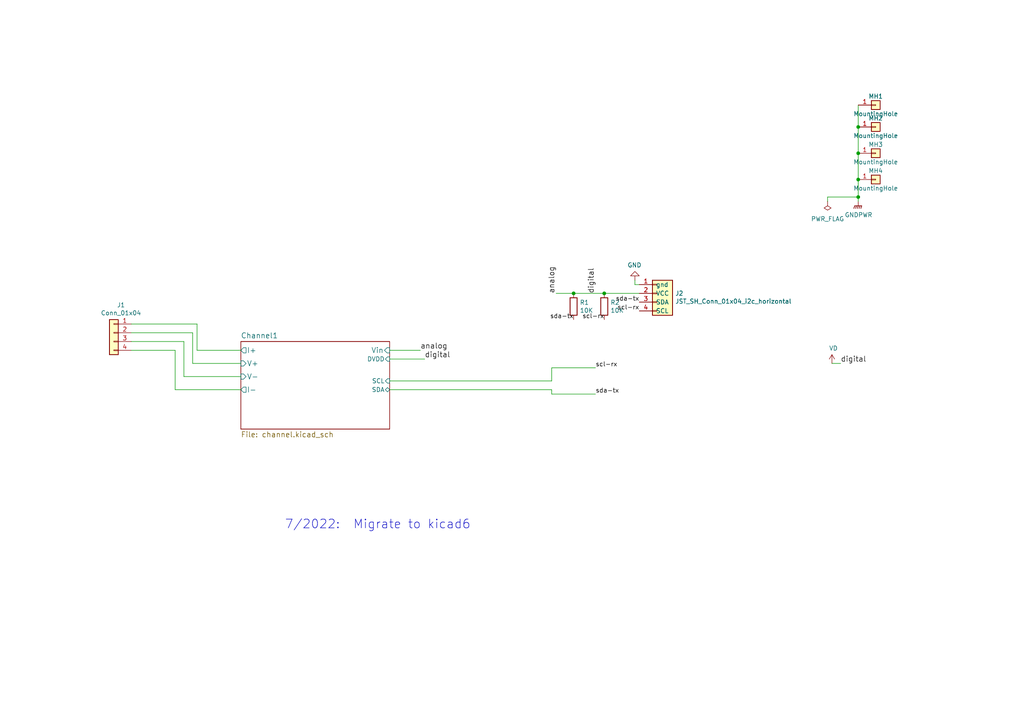
<source format=kicad_sch>
(kicad_sch (version 20211123) (generator eeschema)
  (paper "A4")
  (lib_symbols
    (symbol "0JLC-6:10K" (pin_numbers hide) (pin_names (offset 0))
      (property "Reference" "R" (at 2.032 0 90))
      (property "Value" "10K" (at 0 0 90))
      (symbol "10K_0_1"
        (rectangle (start -1.016 -2.54) (end 1.016 2.54) (stroke (width 0.254)))
      )
      (symbol "10K_1_1"
        (pin passive line (at 0 3.81 270) (length 1.27) (name "~") (number "1"))
        (pin passive line (at 0 -3.81 90) (length 1.27) (name "~") (number "2"))
      )
    )
    (symbol "0JLC-6:JST_SH_Conn_01x04_i2c_horizontal" (pin_names (offset 1.016))
      (property "Reference" "J" (at 0 5.08 0))
      (property "Value" "JST_SH_Conn_01x04_i2c_horizontal" (at 0 -7.62 0))
      (symbol "JST_SH_Conn_01x04_i2c_horizontal_1_1"
        (rectangle (start -1.27 -4.953) (end 0 -5.207) (stroke (width 0.1524)))
        (rectangle (start -1.27 -2.413) (end 0 -2.667) (stroke (width 0.1524)))
        (rectangle (start -1.27 0.127) (end 0 -0.127) (stroke (width 0.1524)))
        (rectangle (start -1.27 2.667) (end 0 2.413) (stroke (width 0.1524)))
        (rectangle (start -1.27 3.81) (end 4.572 -6.35) (stroke (width 0.254)) (fill (type background)))
        (pin passive line (at -5.08 2.54 0) (length 3.81) (name "gnd") (number "1"))
        (pin passive line (at -5.08 0 0) (length 3.81) (name "VCC") (number "2"))
        (pin passive line (at -5.08 -2.54 0) (length 3.81) (name "SDA") (number "3"))
        (pin passive line (at -5.08 -5.08 0) (length 3.81) (name "SCL") (number "4"))
      )
    )
    (symbol "Connector_Generic:Conn_01x04" (pin_names (offset 1.016) hide)
      (property "Reference" "J" (at 0 5.08 0))
      (property "Value" "Conn_01x04" (at 0 -7.62 0))
      (symbol "Conn_01x04_1_1"
        (rectangle (start -1.27 -4.953) (end 0 -5.207) (stroke (width 0.1524)))
        (rectangle (start -1.27 -2.413) (end 0 -2.667) (stroke (width 0.1524)))
        (rectangle (start -1.27 0.127) (end 0 -0.127) (stroke (width 0.1524)))
        (rectangle (start -1.27 2.667) (end 0 2.413) (stroke (width 0.1524)))
        (rectangle (start -1.27 3.81) (end 1.27 -6.35) (stroke (width 0.254)) (fill (type background)))
        (pin passive line (at -5.08 2.54 0) (length 3.81) (name "Pin_1") (number "1"))
        (pin passive line (at -5.08 0 0) (length 3.81) (name "Pin_2") (number "2"))
        (pin passive line (at -5.08 -2.54 0) (length 3.81) (name "Pin_3") (number "3"))
        (pin passive line (at -5.08 -5.08 0) (length 3.81) (name "Pin_4") (number "4"))
      )
    )
    (symbol "MH:MountingHole" (pin_names (offset 1.016) hide)
      (property "Reference" "MH" (at 0 2.54 0))
      (property "Value" "MountingHole" (at 0 -2.54 0))
      (symbol "MountingHole_1_1"
        (rectangle (start -1.27 0.127) (end 0 -0.127) (stroke (width 0.1524)))
        (rectangle (start -1.27 1.27) (end 1.27 -1.27) (stroke (width 0.254)) (fill (type background)))
        (pin passive line (at -5.08 0 0) (length 3.81) (name "Pin_1") (number "1"))
      )
    )
    (symbol "power:GND" (power) (pin_names (offset 0))
      (property "Value" "GND" (at 0 -3.81 0))
      (symbol "GND_0_1"
        (polyline (pts (xy 0 0) (xy 0 -1.27) (xy 1.27 -1.27) (xy 0 -2.54) (xy -1.27 -1.27) (xy 0 -1.27)))
      )
      (symbol "GND_1_1"
        (pin power_in line (at 0 0 270) (length 0) hide (name "GND") (number "1"))
      )
    )
    (symbol "power:GNDPWR" (power) (pin_names (offset 0))
      (property "Value" "GNDPWR" (at 0 -3.302 0))
      (symbol "GNDPWR_0_1"
        (polyline (pts (xy 0 -1.27) (xy 0 0)))
        (polyline (pts (xy -1.016 -1.27) (xy -1.27 -2.032) (xy -1.27 -2.032)) (stroke (width 0.2032)))
        (polyline (pts (xy -0.508 -1.27) (xy -0.762 -2.032) (xy -0.762 -2.032)) (stroke (width 0.2032)))
        (polyline (pts (xy 0 -1.27) (xy -0.254 -2.032) (xy -0.254 -2.032)) (stroke (width 0.2032)))
        (polyline (pts (xy 0.508 -1.27) (xy 0.254 -2.032) (xy 0.254 -2.032)) (stroke (width 0.2032)))
        (polyline (pts (xy 1.016 -1.27) (xy -1.016 -1.27) (xy -1.016 -1.27)) (stroke (width 0.2032)))
        (polyline (pts (xy 1.016 -1.27) (xy 0.762 -2.032) (xy 0.762 -2.032) (xy 0.762 -2.032)) (stroke (width 0.2032)))
      )
      (symbol "GNDPWR_1_1"
        (pin power_in line (at 0 0 270) (length 0) hide (name "GNDPWR") (number "1"))
      )
    )
    (symbol "power:PWR_FLAG" (power) (pin_numbers hide) (pin_names (offset 0) hide)
      (property "Value" "PWR_FLAG" (at 0 3.81 0))
      (symbol "PWR_FLAG_0_0"
        (pin power_out line (at 0 0 90) (length 0) (name "pwr") (number "1"))
      )
      (symbol "PWR_FLAG_0_1"
        (polyline (pts (xy 0 0) (xy 0 1.27) (xy -1.016 1.905) (xy 0 2.54) (xy 1.016 1.905) (xy 0 1.27)))
      )
    )
    (symbol "power:VD" (power) (pin_names (offset 0))
      (property "Value" "VD" (at 0 3.81 0))
      (symbol "VD_0_1"
        (polyline (pts (xy -0.762 1.27) (xy 0 2.54)))
        (polyline (pts (xy 0 0) (xy 0 2.54)))
        (polyline (pts (xy 0 2.54) (xy 0.762 1.27)))
      )
      (symbol "VD_1_1"
        (pin power_in line (at 0 0 90) (length 0) hide (name "VD") (number "1"))
      )
    )
  )
  (junction (at 175.26 85.09))
  (junction (at 248.92 52.07))
  (junction (at 248.92 36.83))
  (junction (at 166.37 85.09))
  (junction (at 248.92 44.45))
  (junction (at 248.92 57.15))
  (wire (pts (xy 113.03 113.03) (xy 160.02 113.03)))
  (wire (pts (xy 160.02 110.49) (xy 160.02 106.68)))
  (wire (pts (xy 248.92 57.15) (xy 248.92 58.42)))
  (wire (pts (xy 241.3 105.41) (xy 243.84 105.41)))
  (wire (pts (xy 57.15 93.98) (xy 57.15 101.6)))
  (wire (pts (xy 121.92 101.6) (xy 113.03 101.6)))
  (wire (pts (xy 53.34 99.06) (xy 53.34 109.22)))
  (wire (pts (xy 184.15 82.55) (xy 184.15 81.28)))
  (wire (pts (xy 55.88 105.41) (xy 69.85 105.41)))
  (wire (pts (xy 55.88 105.41) (xy 55.88 96.52)))
  (wire (pts (xy 113.03 104.14) (xy 123.19 104.14)))
  (wire (pts (xy 55.88 96.52) (xy 38.1 96.52)))
  (wire (pts (xy 175.26 85.09) (xy 185.42 85.09)))
  (wire (pts (xy 38.1 101.6) (xy 50.8 101.6)))
  (wire (pts (xy 240.03 58.42) (xy 240.03 57.15)))
  (wire (pts (xy 50.8 113.03) (xy 50.8 101.6)))
  (wire (pts (xy 69.85 113.03) (xy 50.8 113.03)))
  (wire (pts (xy 166.37 85.09) (xy 175.26 85.09)))
  (wire (pts (xy 53.34 109.22) (xy 69.85 109.22)))
  (wire (pts (xy 185.42 82.55) (xy 184.15 82.55)))
  (wire (pts (xy 160.02 113.03) (xy 160.02 114.3)))
  (wire (pts (xy 248.92 44.45) (xy 248.92 52.07)))
  (wire (pts (xy 161.29 85.09) (xy 166.37 85.09)))
  (wire (pts (xy 248.92 36.83) (xy 248.92 44.45)))
  (wire (pts (xy 57.15 101.6) (xy 69.85 101.6)))
  (wire (pts (xy 240.03 57.15) (xy 248.92 57.15)))
  (wire (pts (xy 38.1 93.98) (xy 57.15 93.98)))
  (wire (pts (xy 160.02 106.68) (xy 172.72 106.68)))
  (wire (pts (xy 160.02 114.3) (xy 172.72 114.3)))
  (wire (pts (xy 248.92 30.48) (xy 248.92 36.83)))
  (wire (pts (xy 113.03 110.49) (xy 160.02 110.49)))
  (wire (pts (xy 248.92 52.07) (xy 248.92 57.15)))
  (wire (pts (xy 38.1 99.06) (xy 53.34 99.06)))
  (text "7/2022:  Migrate to kicad6" (at 82.55 153.67 0) (effects (font (size 2.54 2.54)) (justify left bottom)))
  (label "sda-tx" (at 172.72 114.3 0))
  (label "analog" (at 121.92 101.6 0) (effects (font (size 1.524 1.524))))
  (label "scl-rx" (at 185.42 90.17 180))
  (label "digital" (at 243.84 105.41 0) (effects (font (size 1.524 1.524))))
  (label "scl-rx" (at 172.72 106.68 0))
  (label "analog" (at 161.29 85.09 90) (effects (font (size 1.524 1.524))))
  (label "digital" (at 172.72 85.09 90) (effects (font (size 1.524 1.524))))
  (label "digital" (at 123.19 104.14 0) (effects (font (size 1.524 1.524))))
  (label "sda-tx" (at 166.37 92.71 180))
  (label "sda-tx" (at 185.42 87.63 180))
  (label "scl-rx" (at 175.26 92.71 180))
  (symbol (lib_id "MH:MountingHole") (at 254 30.48 0) (unit 1)
    (property "Reference" "MH1" (at 254 27.94 0))
    (property "Value" "MountingHole" (at 254 33.02 0))
    (property "Footprint" "MountingHole:MountingHole_2.2mm_M2_Pad_Via" (effects hide))
    (property "MFR" "-" (effects hide))
    (property "MPN" "-" (effects hide))
    (property "SPN" "-" (effects hide))
    (property "SPR" "-" (effects hide))
    (property "SPURL" "-" (effects hide))
  )
  (symbol (lib_id "MH:MountingHole") (at 254 36.83 0) (unit 1)
    (property "Reference" "MH2" (at 254 34.29 0))
    (property "Value" "MountingHole" (at 254 39.37 0))
    (property "Footprint" "MountingHole:MountingHole_2.2mm_M2_Pad_Via" (effects hide))
    (property "MFR" "-" (effects hide))
    (property "MPN" "-" (effects hide))
    (property "SPN" "-" (effects hide))
    (property "SPR" "-" (effects hide))
    (property "SPURL" "-" (effects hide))
  )
  (symbol (lib_id "MH:MountingHole") (at 254 44.45 0) (unit 1)
    (property "Reference" "MH3" (at 254 41.91 0))
    (property "Value" "MountingHole" (at 254 46.99 0))
    (property "Footprint" "MountingHole:MountingHole_2.2mm_M2_Pad_Via" (effects hide))
    (property "MFR" "-" (effects hide))
    (property "MPN" "-" (effects hide))
    (property "SPN" "-" (effects hide))
    (property "SPR" "-" (effects hide))
    (property "SPURL" "-" (effects hide))
  )
  (symbol (lib_id "MH:MountingHole") (at 254 52.07 0) (unit 1)
    (property "Reference" "MH4" (at 254 49.53 0))
    (property "Value" "MountingHole" (at 254 54.61 0))
    (property "Footprint" "MountingHole:MountingHole_2.2mm_M2_Pad_Via" (effects hide))
    (property "MFR" "-" (effects hide))
    (property "MPN" "-" (effects hide))
    (property "SPN" "-" (effects hide))
    (property "SPR" "-" (effects hide))
    (property "SPURL" "-" (effects hide))
  )
  (symbol (lib_id "power:VD") (at 241.3 105.41 0) (unit 1)
    (property "Reference" "#PWR02" (effects hide))
    (property "Value" "VD" (at 241.7318 101.0158 0))
  )
  (symbol (lib_id "0JLC-6:10K") (at 166.37 88.9 0) (unit 1)
    (property "Reference" "R1" (at 168.148 87.7316 0) (effects (justify left)))
    (property "Value" "10K" (at 168.148 90.043 0) (effects (justify left)))
    (property "Footprint" "Resistor_SMD:R_0603_1608Metric_Pad1.05x0.95mm_HandSolder" (effects hide))
    (property "LCSC" "C25804" (effects hide))
    (property "MPN" "0603WAF1002T5E" (effects hide))
  )
  (symbol (lib_id "0JLC-6:10K") (at 175.26 88.9 0) (unit 1)
    (property "Reference" "R2" (at 177.038 87.7316 0) (effects (justify left)))
    (property "Value" "10K" (at 177.038 90.043 0) (effects (justify left)))
    (property "Footprint" "Resistor_SMD:R_0603_1608Metric_Pad1.05x0.95mm_HandSolder" (effects hide))
    (property "LCSC" "C25804" (effects hide))
    (property "MPN" "0603WAF1002T5E" (effects hide))
  )
  (symbol (lib_id "power:GNDPWR") (at 248.92 58.42 0) (unit 1)
    (property "Reference" "#PWR03" (effects hide))
    (property "Value" "GNDPWR" (at 249.0216 62.3316 0))
  )
  (symbol (lib_id "0JLC-6:JST_SH_Conn_01x04_i2c_horizontal") (at 190.5 85.09 0) (unit 1)
    (property "Reference" "J2" (at 195.834 85.09 0) (effects (justify left)))
    (property "Value" "JST_SH_Conn_01x04_i2c_horizontal" (at 195.834 87.4014 0) (effects (justify left)))
    (property "Footprint" "Connector_JST:JST_SH_SM04B-SRSS-TB_1x04-1MP_P1.00mm_Horizontal" (effects hide))
    (property "LCSC" "C371571" (effects hide))
    (property "MPN" "A1001WR-S" (effects hide))
  )
  (symbol (lib_id "power:GND") (at 184.15 81.28 180) (unit 1)
    (property "Reference" "#PWR01" (effects hide))
    (property "Value" "GND" (at 184.023 76.8858 0))
  )
  (symbol (lib_id "Connector_Generic:Conn_01x04") (at 33.02 96.52 0) (mirror y) (unit 1)
    (property "Reference" "J1" (at 35.1028 88.4682 0))
    (property "Value" "Conn_01x04" (at 35.1028 90.7796 0))
    (property "Footprint" "Connector_JST:JST_SH_SM04B-SRSS-TB_1x04-1MP_P1.00mm_Horizontal" (effects hide))
    (property "LCSC" "C371571" (effects hide))
    (property "MPN" "A1001WR-S-04PD01" (effects hide))
  )
  (symbol (lib_id "power:PWR_FLAG") (at 240.03 58.42 180) (unit 1)
    (property "Reference" "#FLG01" (effects hide))
    (property "Value" "PWR_FLAG" (at 240.03 63.5 0))
  )
  (sheet (at 69.85 99.06) (size 43.18 25.4)
    (property "Sheet name" "Channel1" (at 69.85 98.2214 0) (effects (font (size 1.524 1.524)) (justify left bottom)))
    (property "Sheet file" "channel.kicad_sch" (at 69.85 125.1462 0) (effects (font (size 1.524 1.524)) (justify left top)))
    (pin "Vin" input (at 113.03 101.6 0) (effects (font (size 1.524 1.524))))
    (pin "I+" output (at 69.85 101.6 180) (effects (font (size 1.524 1.524))))
    (pin "V+" input (at 69.85 105.41 180) (effects (font (size 1.524 1.524))))
    (pin "V-" input (at 69.85 109.22 180) (effects (font (size 1.524 1.524))))
    (pin "I-" output (at 69.85 113.03 180) (effects (font (size 1.524 1.524))))
    (pin "SCL" input (at 113.03 110.49 0))
    (pin "SDA" bidirectional (at 113.03 113.03 0))
    (pin "DVDD" input (at 113.03 104.14 0))
  )
)
</source>
